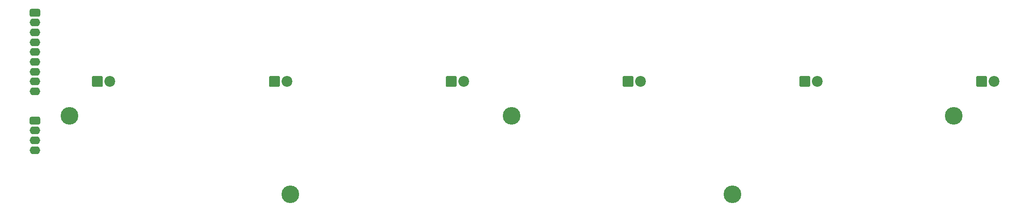
<source format=gbr>
G04 #@! TF.GenerationSoftware,KiCad,Pcbnew,(5.1.7)-1*
G04 #@! TF.CreationDate,2021-03-22T01:50:01-04:00*
G04 #@! TF.ProjectId,Circuit-AirSensor-Left,43697263-7569-4742-9d41-697253656e73,rev?*
G04 #@! TF.SameCoordinates,Original*
G04 #@! TF.FileFunction,Soldermask,Top*
G04 #@! TF.FilePolarity,Negative*
%FSLAX46Y46*%
G04 Gerber Fmt 4.6, Leading zero omitted, Abs format (unit mm)*
G04 Created by KiCad (PCBNEW (5.1.7)-1) date 2021-03-22 01:50:01*
%MOMM*%
%LPD*%
G01*
G04 APERTURE LIST*
%ADD10O,2.150000X1.600000*%
%ADD11C,3.600000*%
%ADD12C,2.200000*%
G04 APERTURE END LIST*
D10*
X56000000Y-119000000D03*
X56000000Y-117000000D03*
X56000000Y-115000000D03*
G36*
G01*
X55258332Y-112200000D02*
X56741668Y-112200000D01*
G75*
G02*
X57075000Y-112533332I0J-333332D01*
G01*
X57075000Y-113466668D01*
G75*
G02*
X56741668Y-113800000I-333332J0D01*
G01*
X55258332Y-113800000D01*
G75*
G02*
X54925000Y-113466668I0J333332D01*
G01*
X54925000Y-112533332D01*
G75*
G02*
X55258332Y-112200000I333332J0D01*
G01*
G37*
D11*
X198000000Y-128000000D03*
X108000000Y-128000000D03*
X243000000Y-112000000D03*
G36*
G01*
X175630000Y-105900000D02*
X175630000Y-104100000D01*
G75*
G02*
X175830000Y-103900000I200000J0D01*
G01*
X177630000Y-103900000D01*
G75*
G02*
X177830000Y-104100000I0J-200000D01*
G01*
X177830000Y-105900000D01*
G75*
G02*
X177630000Y-106100000I-200000J0D01*
G01*
X175830000Y-106100000D01*
G75*
G02*
X175630000Y-105900000I0J200000D01*
G01*
G37*
D12*
X179270000Y-105000000D03*
G36*
G01*
X247630000Y-105900000D02*
X247630000Y-104100000D01*
G75*
G02*
X247830000Y-103900000I200000J0D01*
G01*
X249630000Y-103900000D01*
G75*
G02*
X249830000Y-104100000I0J-200000D01*
G01*
X249830000Y-105900000D01*
G75*
G02*
X249630000Y-106100000I-200000J0D01*
G01*
X247830000Y-106100000D01*
G75*
G02*
X247630000Y-105900000I0J200000D01*
G01*
G37*
X251270000Y-105000000D03*
G36*
G01*
X211630000Y-105900000D02*
X211630000Y-104100000D01*
G75*
G02*
X211830000Y-103900000I200000J0D01*
G01*
X213630000Y-103900000D01*
G75*
G02*
X213830000Y-104100000I0J-200000D01*
G01*
X213830000Y-105900000D01*
G75*
G02*
X213630000Y-106100000I-200000J0D01*
G01*
X211830000Y-106100000D01*
G75*
G02*
X211630000Y-105900000I0J200000D01*
G01*
G37*
X215270000Y-105000000D03*
G36*
G01*
X139630000Y-105900000D02*
X139630000Y-104100000D01*
G75*
G02*
X139830000Y-103900000I200000J0D01*
G01*
X141630000Y-103900000D01*
G75*
G02*
X141830000Y-104100000I0J-200000D01*
G01*
X141830000Y-105900000D01*
G75*
G02*
X141630000Y-106100000I-200000J0D01*
G01*
X139830000Y-106100000D01*
G75*
G02*
X139630000Y-105900000I0J200000D01*
G01*
G37*
X143270000Y-105000000D03*
G36*
G01*
X103630000Y-105900000D02*
X103630000Y-104100000D01*
G75*
G02*
X103830000Y-103900000I200000J0D01*
G01*
X105630000Y-103900000D01*
G75*
G02*
X105830000Y-104100000I0J-200000D01*
G01*
X105830000Y-105900000D01*
G75*
G02*
X105630000Y-106100000I-200000J0D01*
G01*
X103830000Y-106100000D01*
G75*
G02*
X103630000Y-105900000I0J200000D01*
G01*
G37*
X107270000Y-105000000D03*
G36*
G01*
X67630000Y-105900000D02*
X67630000Y-104100000D01*
G75*
G02*
X67830000Y-103900000I200000J0D01*
G01*
X69630000Y-103900000D01*
G75*
G02*
X69830000Y-104100000I0J-200000D01*
G01*
X69830000Y-105900000D01*
G75*
G02*
X69630000Y-106100000I-200000J0D01*
G01*
X67830000Y-106100000D01*
G75*
G02*
X67630000Y-105900000I0J200000D01*
G01*
G37*
X71270000Y-105000000D03*
D10*
X56000000Y-107000000D03*
X56000000Y-105000000D03*
X56000000Y-103000000D03*
X56000000Y-101000000D03*
X56000000Y-99000000D03*
X56000000Y-97000000D03*
X56000000Y-95000000D03*
X56000000Y-93000000D03*
G36*
G01*
X55258332Y-90200000D02*
X56741668Y-90200000D01*
G75*
G02*
X57075000Y-90533332I0J-333332D01*
G01*
X57075000Y-91466668D01*
G75*
G02*
X56741668Y-91800000I-333332J0D01*
G01*
X55258332Y-91800000D01*
G75*
G02*
X54925000Y-91466668I0J333332D01*
G01*
X54925000Y-90533332D01*
G75*
G02*
X55258332Y-90200000I333332J0D01*
G01*
G37*
D11*
X153000000Y-112000000D03*
X63000000Y-112000000D03*
M02*

</source>
